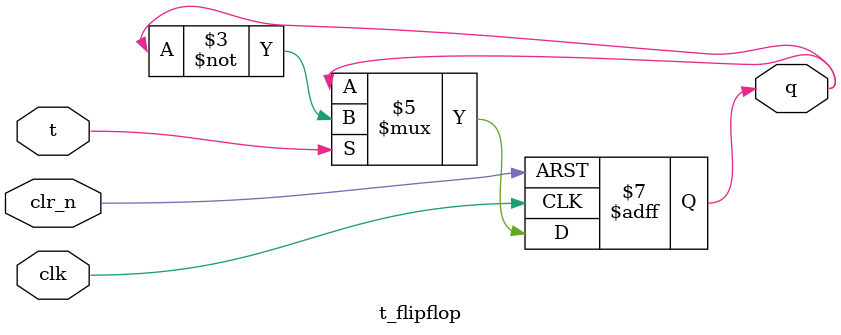
<source format=v>
/*
negative edge triggered t flip-flop behavioral code with async reset
*/

module t_flipflop(input t, input clk, input clr_n, output reg q);
    always @(negedge clk or negedge clr_n) begin
        if(!clr_n)
            q <= 1'b0;
        else if(t)
            q <= ~q;
        else 
            q <= q;
    end
endmodule
</source>
